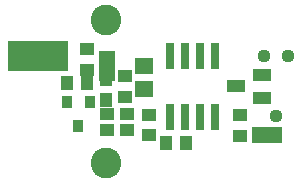
<source format=gts>
G75*
%MOIN*%
%OFA0B0*%
%FSLAX24Y24*%
%IPPOS*%
%LPD*%
%AMOC8*
5,1,8,0,0,1.08239X$1,22.5*
%
%ADD10C,0.1024*%
%ADD11R,0.0631X0.0552*%
%ADD12R,0.0473X0.0434*%
%ADD13R,0.0591X0.0434*%
%ADD14R,0.0276X0.0906*%
%ADD15R,0.0434X0.0473*%
%ADD16R,0.0355X0.0394*%
%ADD17C,0.0440*%
%ADD18R,0.2040X0.1040*%
%ADD19R,0.0540X0.1040*%
%ADD20R,0.1040X0.0540*%
D10*
X010790Y003620D03*
X010790Y008400D03*
D11*
X012080Y006854D03*
X012080Y006106D03*
D12*
X011430Y005845D03*
X011495Y005250D03*
X010825Y005250D03*
X010825Y004730D03*
X011495Y004730D03*
X012240Y004575D03*
X012240Y005245D03*
X011430Y006515D03*
X010180Y006745D03*
X010180Y007415D03*
X015280Y005215D03*
X015280Y004545D03*
D13*
X016013Y005806D03*
X015147Y006180D03*
X016013Y006554D03*
D14*
X014430Y007204D03*
X013930Y007204D03*
X013430Y007204D03*
X012930Y007204D03*
X012930Y005156D03*
X013430Y005156D03*
X013930Y005156D03*
X014430Y005156D03*
D15*
X013485Y004290D03*
X012815Y004290D03*
X010790Y005745D03*
X010165Y006280D03*
X010790Y006415D03*
X009495Y006280D03*
D16*
X009506Y005654D03*
X010254Y005654D03*
X009880Y004866D03*
D17*
X016080Y007180D03*
X016880Y007180D03*
X016480Y005180D03*
D18*
X008530Y007180D03*
D19*
X010830Y006860D03*
D20*
X016180Y004570D03*
M02*

</source>
